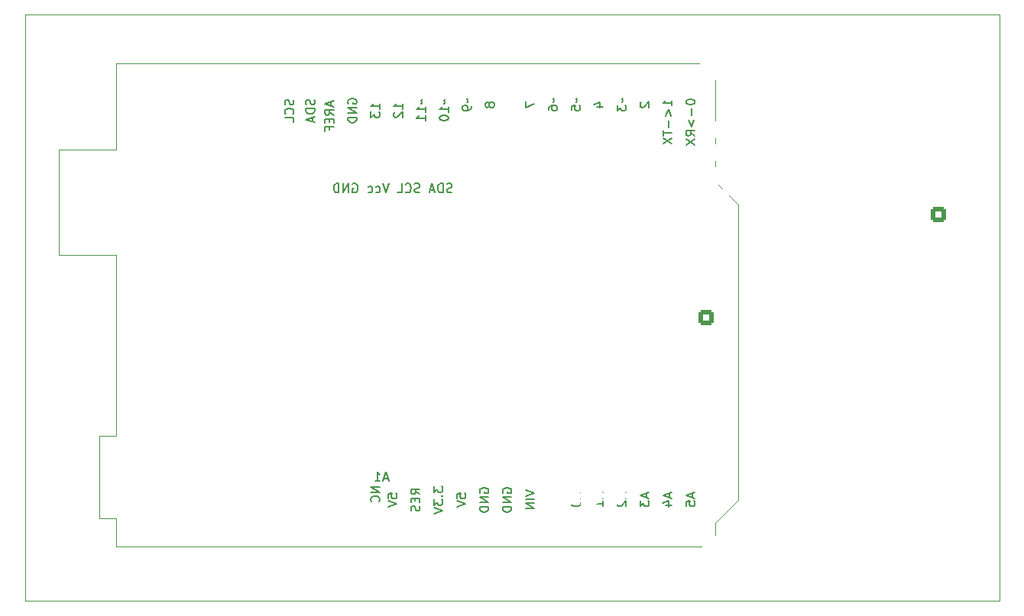
<source format=gbo>
G04 #@! TF.GenerationSoftware,KiCad,Pcbnew,8.0.6*
G04 #@! TF.CreationDate,2025-12-26T07:32:45-05:00*
G04 #@! TF.ProjectId,pcb_moonratII,7063625f-6d6f-46f6-9e72-617449492e6b,1.0*
G04 #@! TF.SameCoordinates,Original*
G04 #@! TF.FileFunction,Legend,Bot*
G04 #@! TF.FilePolarity,Positive*
%FSLAX46Y46*%
G04 Gerber Fmt 4.6, Leading zero omitted, Abs format (unit mm)*
G04 Created by KiCad (PCBNEW 8.0.6) date 2025-12-26 07:32:45*
%MOMM*%
%LPD*%
G01*
G04 APERTURE LIST*
G04 Aperture macros list*
%AMRoundRect*
0 Rectangle with rounded corners*
0 $1 Rounding radius*
0 $2 $3 $4 $5 $6 $7 $8 $9 X,Y pos of 4 corners*
0 Add a 4 corners polygon primitive as box body*
4,1,4,$2,$3,$4,$5,$6,$7,$8,$9,$2,$3,0*
0 Add four circle primitives for the rounded corners*
1,1,$1+$1,$2,$3*
1,1,$1+$1,$4,$5*
1,1,$1+$1,$6,$7*
1,1,$1+$1,$8,$9*
0 Add four rect primitives between the rounded corners*
20,1,$1+$1,$2,$3,$4,$5,0*
20,1,$1+$1,$4,$5,$6,$7,0*
20,1,$1+$1,$6,$7,$8,$9,0*
20,1,$1+$1,$8,$9,$2,$3,0*%
G04 Aperture macros list end*
%ADD10C,0.150000*%
%ADD11C,0.120000*%
%ADD12C,0.800000*%
%ADD13C,7.000000*%
%ADD14C,3.000000*%
%ADD15R,2.200000X2.200000*%
%ADD16C,2.200000*%
%ADD17R,2.100000X2.100000*%
%ADD18C,2.100000*%
%ADD19RoundRect,0.250000X-0.600000X0.600000X-0.600000X-0.600000X0.600000X-0.600000X0.600000X0.600000X0*%
%ADD20C,1.700000*%
%ADD21O,1.600000X1.600000*%
%ADD22C,1.800000*%
%ADD23O,3.500000X3.500000*%
%ADD24R,1.905000X2.000000*%
%ADD25O,1.905000X2.000000*%
%ADD26R,2.000000X2.000000*%
%ADD27C,2.000000*%
%ADD28R,1.600000X1.600000*%
%ADD29C,1.600000*%
%ADD30C,4.500000*%
%ADD31RoundRect,0.250000X-0.600000X-0.600000X0.600000X-0.600000X0.600000X0.600000X-0.600000X0.600000X0*%
G04 #@! TA.AperFunction,Profile*
%ADD32C,0.100000*%
G04 #@! TD*
G04 APERTURE END LIST*
D10*
X97314839Y-104662200D02*
X97171982Y-104709819D01*
X97171982Y-104709819D02*
X96933887Y-104709819D01*
X96933887Y-104709819D02*
X96838649Y-104662200D01*
X96838649Y-104662200D02*
X96791030Y-104614580D01*
X96791030Y-104614580D02*
X96743411Y-104519342D01*
X96743411Y-104519342D02*
X96743411Y-104424104D01*
X96743411Y-104424104D02*
X96791030Y-104328866D01*
X96791030Y-104328866D02*
X96838649Y-104281247D01*
X96838649Y-104281247D02*
X96933887Y-104233628D01*
X96933887Y-104233628D02*
X97124363Y-104186009D01*
X97124363Y-104186009D02*
X97219601Y-104138390D01*
X97219601Y-104138390D02*
X97267220Y-104090771D01*
X97267220Y-104090771D02*
X97314839Y-103995533D01*
X97314839Y-103995533D02*
X97314839Y-103900295D01*
X97314839Y-103900295D02*
X97267220Y-103805057D01*
X97267220Y-103805057D02*
X97219601Y-103757438D01*
X97219601Y-103757438D02*
X97124363Y-103709819D01*
X97124363Y-103709819D02*
X96886268Y-103709819D01*
X96886268Y-103709819D02*
X96743411Y-103757438D01*
X96314839Y-104709819D02*
X96314839Y-103709819D01*
X96314839Y-103709819D02*
X96076744Y-103709819D01*
X96076744Y-103709819D02*
X95933887Y-103757438D01*
X95933887Y-103757438D02*
X95838649Y-103852676D01*
X95838649Y-103852676D02*
X95791030Y-103947914D01*
X95791030Y-103947914D02*
X95743411Y-104138390D01*
X95743411Y-104138390D02*
X95743411Y-104281247D01*
X95743411Y-104281247D02*
X95791030Y-104471723D01*
X95791030Y-104471723D02*
X95838649Y-104566961D01*
X95838649Y-104566961D02*
X95933887Y-104662200D01*
X95933887Y-104662200D02*
X96076744Y-104709819D01*
X96076744Y-104709819D02*
X96314839Y-104709819D01*
X95362458Y-104424104D02*
X94886268Y-104424104D01*
X95457696Y-104709819D02*
X95124363Y-103709819D01*
X95124363Y-103709819D02*
X94791030Y-104709819D01*
X93743410Y-104662200D02*
X93600553Y-104709819D01*
X93600553Y-104709819D02*
X93362458Y-104709819D01*
X93362458Y-104709819D02*
X93267220Y-104662200D01*
X93267220Y-104662200D02*
X93219601Y-104614580D01*
X93219601Y-104614580D02*
X93171982Y-104519342D01*
X93171982Y-104519342D02*
X93171982Y-104424104D01*
X93171982Y-104424104D02*
X93219601Y-104328866D01*
X93219601Y-104328866D02*
X93267220Y-104281247D01*
X93267220Y-104281247D02*
X93362458Y-104233628D01*
X93362458Y-104233628D02*
X93552934Y-104186009D01*
X93552934Y-104186009D02*
X93648172Y-104138390D01*
X93648172Y-104138390D02*
X93695791Y-104090771D01*
X93695791Y-104090771D02*
X93743410Y-103995533D01*
X93743410Y-103995533D02*
X93743410Y-103900295D01*
X93743410Y-103900295D02*
X93695791Y-103805057D01*
X93695791Y-103805057D02*
X93648172Y-103757438D01*
X93648172Y-103757438D02*
X93552934Y-103709819D01*
X93552934Y-103709819D02*
X93314839Y-103709819D01*
X93314839Y-103709819D02*
X93171982Y-103757438D01*
X92171982Y-104614580D02*
X92219601Y-104662200D01*
X92219601Y-104662200D02*
X92362458Y-104709819D01*
X92362458Y-104709819D02*
X92457696Y-104709819D01*
X92457696Y-104709819D02*
X92600553Y-104662200D01*
X92600553Y-104662200D02*
X92695791Y-104566961D01*
X92695791Y-104566961D02*
X92743410Y-104471723D01*
X92743410Y-104471723D02*
X92791029Y-104281247D01*
X92791029Y-104281247D02*
X92791029Y-104138390D01*
X92791029Y-104138390D02*
X92743410Y-103947914D01*
X92743410Y-103947914D02*
X92695791Y-103852676D01*
X92695791Y-103852676D02*
X92600553Y-103757438D01*
X92600553Y-103757438D02*
X92457696Y-103709819D01*
X92457696Y-103709819D02*
X92362458Y-103709819D01*
X92362458Y-103709819D02*
X92219601Y-103757438D01*
X92219601Y-103757438D02*
X92171982Y-103805057D01*
X91267220Y-104709819D02*
X91743410Y-104709819D01*
X91743410Y-104709819D02*
X91743410Y-103709819D01*
X90314838Y-103709819D02*
X89981505Y-104709819D01*
X89981505Y-104709819D02*
X89648172Y-103709819D01*
X88886267Y-104662200D02*
X88981505Y-104709819D01*
X88981505Y-104709819D02*
X89171981Y-104709819D01*
X89171981Y-104709819D02*
X89267219Y-104662200D01*
X89267219Y-104662200D02*
X89314838Y-104614580D01*
X89314838Y-104614580D02*
X89362457Y-104519342D01*
X89362457Y-104519342D02*
X89362457Y-104233628D01*
X89362457Y-104233628D02*
X89314838Y-104138390D01*
X89314838Y-104138390D02*
X89267219Y-104090771D01*
X89267219Y-104090771D02*
X89171981Y-104043152D01*
X89171981Y-104043152D02*
X88981505Y-104043152D01*
X88981505Y-104043152D02*
X88886267Y-104090771D01*
X88029124Y-104662200D02*
X88124362Y-104709819D01*
X88124362Y-104709819D02*
X88314838Y-104709819D01*
X88314838Y-104709819D02*
X88410076Y-104662200D01*
X88410076Y-104662200D02*
X88457695Y-104614580D01*
X88457695Y-104614580D02*
X88505314Y-104519342D01*
X88505314Y-104519342D02*
X88505314Y-104233628D01*
X88505314Y-104233628D02*
X88457695Y-104138390D01*
X88457695Y-104138390D02*
X88410076Y-104090771D01*
X88410076Y-104090771D02*
X88314838Y-104043152D01*
X88314838Y-104043152D02*
X88124362Y-104043152D01*
X88124362Y-104043152D02*
X88029124Y-104090771D01*
X86314838Y-103757438D02*
X86410076Y-103709819D01*
X86410076Y-103709819D02*
X86552933Y-103709819D01*
X86552933Y-103709819D02*
X86695790Y-103757438D01*
X86695790Y-103757438D02*
X86791028Y-103852676D01*
X86791028Y-103852676D02*
X86838647Y-103947914D01*
X86838647Y-103947914D02*
X86886266Y-104138390D01*
X86886266Y-104138390D02*
X86886266Y-104281247D01*
X86886266Y-104281247D02*
X86838647Y-104471723D01*
X86838647Y-104471723D02*
X86791028Y-104566961D01*
X86791028Y-104566961D02*
X86695790Y-104662200D01*
X86695790Y-104662200D02*
X86552933Y-104709819D01*
X86552933Y-104709819D02*
X86457695Y-104709819D01*
X86457695Y-104709819D02*
X86314838Y-104662200D01*
X86314838Y-104662200D02*
X86267219Y-104614580D01*
X86267219Y-104614580D02*
X86267219Y-104281247D01*
X86267219Y-104281247D02*
X86457695Y-104281247D01*
X85838647Y-104709819D02*
X85838647Y-103709819D01*
X85838647Y-103709819D02*
X85267219Y-104709819D01*
X85267219Y-104709819D02*
X85267219Y-103709819D01*
X84791028Y-104709819D02*
X84791028Y-103709819D01*
X84791028Y-103709819D02*
X84552933Y-103709819D01*
X84552933Y-103709819D02*
X84410076Y-103757438D01*
X84410076Y-103757438D02*
X84314838Y-103852676D01*
X84314838Y-103852676D02*
X84267219Y-103947914D01*
X84267219Y-103947914D02*
X84219600Y-104138390D01*
X84219600Y-104138390D02*
X84219600Y-104281247D01*
X84219600Y-104281247D02*
X84267219Y-104471723D01*
X84267219Y-104471723D02*
X84314838Y-104566961D01*
X84314838Y-104566961D02*
X84410076Y-104662200D01*
X84410076Y-104662200D02*
X84552933Y-104709819D01*
X84552933Y-104709819D02*
X84791028Y-104709819D01*
X90209285Y-136419104D02*
X89733095Y-136419104D01*
X90304523Y-136704819D02*
X89971190Y-135704819D01*
X89971190Y-135704819D02*
X89637857Y-136704819D01*
X88780714Y-136704819D02*
X89352142Y-136704819D01*
X89066428Y-136704819D02*
X89066428Y-135704819D01*
X89066428Y-135704819D02*
X89161666Y-135847676D01*
X89161666Y-135847676D02*
X89256904Y-135942914D01*
X89256904Y-135942914D02*
X89352142Y-135990533D01*
X105459819Y-94641667D02*
X105459819Y-95308333D01*
X105459819Y-95308333D02*
X106459819Y-94879762D01*
X83949104Y-94625952D02*
X83949104Y-95102142D01*
X84234819Y-94530714D02*
X83234819Y-94864047D01*
X83234819Y-94864047D02*
X84234819Y-95197380D01*
X84234819Y-96102142D02*
X83758628Y-95768809D01*
X84234819Y-95530714D02*
X83234819Y-95530714D01*
X83234819Y-95530714D02*
X83234819Y-95911666D01*
X83234819Y-95911666D02*
X83282438Y-96006904D01*
X83282438Y-96006904D02*
X83330057Y-96054523D01*
X83330057Y-96054523D02*
X83425295Y-96102142D01*
X83425295Y-96102142D02*
X83568152Y-96102142D01*
X83568152Y-96102142D02*
X83663390Y-96054523D01*
X83663390Y-96054523D02*
X83711009Y-96006904D01*
X83711009Y-96006904D02*
X83758628Y-95911666D01*
X83758628Y-95911666D02*
X83758628Y-95530714D01*
X83711009Y-96530714D02*
X83711009Y-96864047D01*
X84234819Y-97006904D02*
X84234819Y-96530714D01*
X84234819Y-96530714D02*
X83234819Y-96530714D01*
X83234819Y-96530714D02*
X83234819Y-97006904D01*
X83711009Y-97768809D02*
X83711009Y-97435476D01*
X84234819Y-97435476D02*
X83234819Y-97435476D01*
X83234819Y-97435476D02*
X83234819Y-97911666D01*
X113413152Y-95165476D02*
X114079819Y-95165476D01*
X113032200Y-94927381D02*
X113746485Y-94689286D01*
X113746485Y-94689286D02*
X113746485Y-95308333D01*
X113794104Y-138075714D02*
X113794104Y-138551904D01*
X114079819Y-137980476D02*
X113079819Y-138313809D01*
X113079819Y-138313809D02*
X114079819Y-138647142D01*
X114079819Y-139504285D02*
X114079819Y-138932857D01*
X114079819Y-139218571D02*
X113079819Y-139218571D01*
X113079819Y-139218571D02*
X113222676Y-139123333D01*
X113222676Y-139123333D02*
X113317914Y-139028095D01*
X113317914Y-139028095D02*
X113365533Y-138932857D01*
X111158866Y-94236905D02*
X111111247Y-94284524D01*
X111111247Y-94284524D02*
X111063628Y-94379762D01*
X111063628Y-94379762D02*
X111158866Y-94570238D01*
X111158866Y-94570238D02*
X111111247Y-94665476D01*
X111111247Y-94665476D02*
X111063628Y-94713095D01*
X110539819Y-95570238D02*
X110539819Y-95094048D01*
X110539819Y-95094048D02*
X111016009Y-95046429D01*
X111016009Y-95046429D02*
X110968390Y-95094048D01*
X110968390Y-95094048D02*
X110920771Y-95189286D01*
X110920771Y-95189286D02*
X110920771Y-95427381D01*
X110920771Y-95427381D02*
X110968390Y-95522619D01*
X110968390Y-95522619D02*
X111016009Y-95570238D01*
X111016009Y-95570238D02*
X111111247Y-95617857D01*
X111111247Y-95617857D02*
X111349342Y-95617857D01*
X111349342Y-95617857D02*
X111444580Y-95570238D01*
X111444580Y-95570238D02*
X111492200Y-95522619D01*
X111492200Y-95522619D02*
X111539819Y-95427381D01*
X111539819Y-95427381D02*
X111539819Y-95189286D01*
X111539819Y-95189286D02*
X111492200Y-95094048D01*
X111492200Y-95094048D02*
X111444580Y-95046429D01*
X111254104Y-138075714D02*
X111254104Y-138551904D01*
X111539819Y-137980476D02*
X110539819Y-138313809D01*
X110539819Y-138313809D02*
X111539819Y-138647142D01*
X110539819Y-139170952D02*
X110539819Y-139266190D01*
X110539819Y-139266190D02*
X110587438Y-139361428D01*
X110587438Y-139361428D02*
X110635057Y-139409047D01*
X110635057Y-139409047D02*
X110730295Y-139456666D01*
X110730295Y-139456666D02*
X110920771Y-139504285D01*
X110920771Y-139504285D02*
X111158866Y-139504285D01*
X111158866Y-139504285D02*
X111349342Y-139456666D01*
X111349342Y-139456666D02*
X111444580Y-139409047D01*
X111444580Y-139409047D02*
X111492200Y-139361428D01*
X111492200Y-139361428D02*
X111539819Y-139266190D01*
X111539819Y-139266190D02*
X111539819Y-139170952D01*
X111539819Y-139170952D02*
X111492200Y-139075714D01*
X111492200Y-139075714D02*
X111444580Y-139028095D01*
X111444580Y-139028095D02*
X111349342Y-138980476D01*
X111349342Y-138980476D02*
X111158866Y-138932857D01*
X111158866Y-138932857D02*
X110920771Y-138932857D01*
X110920771Y-138932857D02*
X110730295Y-138980476D01*
X110730295Y-138980476D02*
X110635057Y-139028095D01*
X110635057Y-139028095D02*
X110587438Y-139075714D01*
X110587438Y-139075714D02*
X110539819Y-139170952D01*
X94013866Y-94395714D02*
X93966247Y-94443333D01*
X93966247Y-94443333D02*
X93918628Y-94538571D01*
X93918628Y-94538571D02*
X94013866Y-94729047D01*
X94013866Y-94729047D02*
X93966247Y-94824285D01*
X93966247Y-94824285D02*
X93918628Y-94871904D01*
X94394819Y-95776666D02*
X94394819Y-95205238D01*
X94394819Y-95490952D02*
X93394819Y-95490952D01*
X93394819Y-95490952D02*
X93537676Y-95395714D01*
X93537676Y-95395714D02*
X93632914Y-95300476D01*
X93632914Y-95300476D02*
X93680533Y-95205238D01*
X94394819Y-96729047D02*
X94394819Y-96157619D01*
X94394819Y-96443333D02*
X93394819Y-96443333D01*
X93394819Y-96443333D02*
X93537676Y-96348095D01*
X93537676Y-96348095D02*
X93632914Y-96252857D01*
X93632914Y-96252857D02*
X93680533Y-96157619D01*
X93759819Y-138170952D02*
X93283628Y-137837619D01*
X93759819Y-137599524D02*
X92759819Y-137599524D01*
X92759819Y-137599524D02*
X92759819Y-137980476D01*
X92759819Y-137980476D02*
X92807438Y-138075714D01*
X92807438Y-138075714D02*
X92855057Y-138123333D01*
X92855057Y-138123333D02*
X92950295Y-138170952D01*
X92950295Y-138170952D02*
X93093152Y-138170952D01*
X93093152Y-138170952D02*
X93188390Y-138123333D01*
X93188390Y-138123333D02*
X93236009Y-138075714D01*
X93236009Y-138075714D02*
X93283628Y-137980476D01*
X93283628Y-137980476D02*
X93283628Y-137599524D01*
X93236009Y-138599524D02*
X93236009Y-138932857D01*
X93759819Y-139075714D02*
X93759819Y-138599524D01*
X93759819Y-138599524D02*
X92759819Y-138599524D01*
X92759819Y-138599524D02*
X92759819Y-139075714D01*
X93712200Y-139456667D02*
X93759819Y-139599524D01*
X93759819Y-139599524D02*
X93759819Y-139837619D01*
X93759819Y-139837619D02*
X93712200Y-139932857D01*
X93712200Y-139932857D02*
X93664580Y-139980476D01*
X93664580Y-139980476D02*
X93569342Y-140028095D01*
X93569342Y-140028095D02*
X93474104Y-140028095D01*
X93474104Y-140028095D02*
X93378866Y-139980476D01*
X93378866Y-139980476D02*
X93331247Y-139932857D01*
X93331247Y-139932857D02*
X93283628Y-139837619D01*
X93283628Y-139837619D02*
X93236009Y-139647143D01*
X93236009Y-139647143D02*
X93188390Y-139551905D01*
X93188390Y-139551905D02*
X93140771Y-139504286D01*
X93140771Y-139504286D02*
X93045533Y-139456667D01*
X93045533Y-139456667D02*
X92950295Y-139456667D01*
X92950295Y-139456667D02*
X92855057Y-139504286D01*
X92855057Y-139504286D02*
X92807438Y-139551905D01*
X92807438Y-139551905D02*
X92759819Y-139647143D01*
X92759819Y-139647143D02*
X92759819Y-139885238D01*
X92759819Y-139885238D02*
X92807438Y-140028095D01*
X116238866Y-94236905D02*
X116191247Y-94284524D01*
X116191247Y-94284524D02*
X116143628Y-94379762D01*
X116143628Y-94379762D02*
X116238866Y-94570238D01*
X116238866Y-94570238D02*
X116191247Y-94665476D01*
X116191247Y-94665476D02*
X116143628Y-94713095D01*
X115619819Y-94998810D02*
X115619819Y-95617857D01*
X115619819Y-95617857D02*
X116000771Y-95284524D01*
X116000771Y-95284524D02*
X116000771Y-95427381D01*
X116000771Y-95427381D02*
X116048390Y-95522619D01*
X116048390Y-95522619D02*
X116096009Y-95570238D01*
X116096009Y-95570238D02*
X116191247Y-95617857D01*
X116191247Y-95617857D02*
X116429342Y-95617857D01*
X116429342Y-95617857D02*
X116524580Y-95570238D01*
X116524580Y-95570238D02*
X116572200Y-95522619D01*
X116572200Y-95522619D02*
X116619819Y-95427381D01*
X116619819Y-95427381D02*
X116619819Y-95141667D01*
X116619819Y-95141667D02*
X116572200Y-95046429D01*
X116572200Y-95046429D02*
X116524580Y-94998810D01*
X82084404Y-94415988D02*
X82132023Y-94558845D01*
X82132023Y-94558845D02*
X82132023Y-94796940D01*
X82132023Y-94796940D02*
X82084404Y-94892178D01*
X82084404Y-94892178D02*
X82036784Y-94939797D01*
X82036784Y-94939797D02*
X81941546Y-94987416D01*
X81941546Y-94987416D02*
X81846308Y-94987416D01*
X81846308Y-94987416D02*
X81751070Y-94939797D01*
X81751070Y-94939797D02*
X81703451Y-94892178D01*
X81703451Y-94892178D02*
X81655832Y-94796940D01*
X81655832Y-94796940D02*
X81608213Y-94606464D01*
X81608213Y-94606464D02*
X81560594Y-94511226D01*
X81560594Y-94511226D02*
X81512975Y-94463607D01*
X81512975Y-94463607D02*
X81417737Y-94415988D01*
X81417737Y-94415988D02*
X81322499Y-94415988D01*
X81322499Y-94415988D02*
X81227261Y-94463607D01*
X81227261Y-94463607D02*
X81179642Y-94511226D01*
X81179642Y-94511226D02*
X81132023Y-94606464D01*
X81132023Y-94606464D02*
X81132023Y-94844559D01*
X81132023Y-94844559D02*
X81179642Y-94987416D01*
X82132023Y-95415988D02*
X81132023Y-95415988D01*
X81132023Y-95415988D02*
X81132023Y-95654083D01*
X81132023Y-95654083D02*
X81179642Y-95796940D01*
X81179642Y-95796940D02*
X81274880Y-95892178D01*
X81274880Y-95892178D02*
X81370118Y-95939797D01*
X81370118Y-95939797D02*
X81560594Y-95987416D01*
X81560594Y-95987416D02*
X81703451Y-95987416D01*
X81703451Y-95987416D02*
X81893927Y-95939797D01*
X81893927Y-95939797D02*
X81989165Y-95892178D01*
X81989165Y-95892178D02*
X82084404Y-95796940D01*
X82084404Y-95796940D02*
X82132023Y-95654083D01*
X82132023Y-95654083D02*
X82132023Y-95415988D01*
X81846308Y-96368369D02*
X81846308Y-96844559D01*
X82132023Y-96273131D02*
X81132023Y-96606464D01*
X81132023Y-96606464D02*
X82132023Y-96939797D01*
X79742200Y-94419524D02*
X79789819Y-94562381D01*
X79789819Y-94562381D02*
X79789819Y-94800476D01*
X79789819Y-94800476D02*
X79742200Y-94895714D01*
X79742200Y-94895714D02*
X79694580Y-94943333D01*
X79694580Y-94943333D02*
X79599342Y-94990952D01*
X79599342Y-94990952D02*
X79504104Y-94990952D01*
X79504104Y-94990952D02*
X79408866Y-94943333D01*
X79408866Y-94943333D02*
X79361247Y-94895714D01*
X79361247Y-94895714D02*
X79313628Y-94800476D01*
X79313628Y-94800476D02*
X79266009Y-94610000D01*
X79266009Y-94610000D02*
X79218390Y-94514762D01*
X79218390Y-94514762D02*
X79170771Y-94467143D01*
X79170771Y-94467143D02*
X79075533Y-94419524D01*
X79075533Y-94419524D02*
X78980295Y-94419524D01*
X78980295Y-94419524D02*
X78885057Y-94467143D01*
X78885057Y-94467143D02*
X78837438Y-94514762D01*
X78837438Y-94514762D02*
X78789819Y-94610000D01*
X78789819Y-94610000D02*
X78789819Y-94848095D01*
X78789819Y-94848095D02*
X78837438Y-94990952D01*
X79694580Y-95990952D02*
X79742200Y-95943333D01*
X79742200Y-95943333D02*
X79789819Y-95800476D01*
X79789819Y-95800476D02*
X79789819Y-95705238D01*
X79789819Y-95705238D02*
X79742200Y-95562381D01*
X79742200Y-95562381D02*
X79646961Y-95467143D01*
X79646961Y-95467143D02*
X79551723Y-95419524D01*
X79551723Y-95419524D02*
X79361247Y-95371905D01*
X79361247Y-95371905D02*
X79218390Y-95371905D01*
X79218390Y-95371905D02*
X79027914Y-95419524D01*
X79027914Y-95419524D02*
X78932676Y-95467143D01*
X78932676Y-95467143D02*
X78837438Y-95562381D01*
X78837438Y-95562381D02*
X78789819Y-95705238D01*
X78789819Y-95705238D02*
X78789819Y-95800476D01*
X78789819Y-95800476D02*
X78837438Y-95943333D01*
X78837438Y-95943333D02*
X78885057Y-95990952D01*
X79789819Y-96895714D02*
X79789819Y-96419524D01*
X79789819Y-96419524D02*
X78789819Y-96419524D01*
X101443390Y-94879762D02*
X101395771Y-94784524D01*
X101395771Y-94784524D02*
X101348152Y-94736905D01*
X101348152Y-94736905D02*
X101252914Y-94689286D01*
X101252914Y-94689286D02*
X101205295Y-94689286D01*
X101205295Y-94689286D02*
X101110057Y-94736905D01*
X101110057Y-94736905D02*
X101062438Y-94784524D01*
X101062438Y-94784524D02*
X101014819Y-94879762D01*
X101014819Y-94879762D02*
X101014819Y-95070238D01*
X101014819Y-95070238D02*
X101062438Y-95165476D01*
X101062438Y-95165476D02*
X101110057Y-95213095D01*
X101110057Y-95213095D02*
X101205295Y-95260714D01*
X101205295Y-95260714D02*
X101252914Y-95260714D01*
X101252914Y-95260714D02*
X101348152Y-95213095D01*
X101348152Y-95213095D02*
X101395771Y-95165476D01*
X101395771Y-95165476D02*
X101443390Y-95070238D01*
X101443390Y-95070238D02*
X101443390Y-94879762D01*
X101443390Y-94879762D02*
X101491009Y-94784524D01*
X101491009Y-94784524D02*
X101538628Y-94736905D01*
X101538628Y-94736905D02*
X101633866Y-94689286D01*
X101633866Y-94689286D02*
X101824342Y-94689286D01*
X101824342Y-94689286D02*
X101919580Y-94736905D01*
X101919580Y-94736905D02*
X101967200Y-94784524D01*
X101967200Y-94784524D02*
X102014819Y-94879762D01*
X102014819Y-94879762D02*
X102014819Y-95070238D01*
X102014819Y-95070238D02*
X101967200Y-95165476D01*
X101967200Y-95165476D02*
X101919580Y-95213095D01*
X101919580Y-95213095D02*
X101824342Y-95260714D01*
X101824342Y-95260714D02*
X101633866Y-95260714D01*
X101633866Y-95260714D02*
X101538628Y-95213095D01*
X101538628Y-95213095D02*
X101491009Y-95165476D01*
X101491009Y-95165476D02*
X101443390Y-95070238D01*
X105459819Y-137694762D02*
X106459819Y-138028095D01*
X106459819Y-138028095D02*
X105459819Y-138361428D01*
X106459819Y-138694762D02*
X105459819Y-138694762D01*
X106459819Y-139170952D02*
X105459819Y-139170952D01*
X105459819Y-139170952D02*
X106459819Y-139742380D01*
X106459819Y-139742380D02*
X105459819Y-139742380D01*
X95299819Y-137313810D02*
X95299819Y-137932857D01*
X95299819Y-137932857D02*
X95680771Y-137599524D01*
X95680771Y-137599524D02*
X95680771Y-137742381D01*
X95680771Y-137742381D02*
X95728390Y-137837619D01*
X95728390Y-137837619D02*
X95776009Y-137885238D01*
X95776009Y-137885238D02*
X95871247Y-137932857D01*
X95871247Y-137932857D02*
X96109342Y-137932857D01*
X96109342Y-137932857D02*
X96204580Y-137885238D01*
X96204580Y-137885238D02*
X96252200Y-137837619D01*
X96252200Y-137837619D02*
X96299819Y-137742381D01*
X96299819Y-137742381D02*
X96299819Y-137456667D01*
X96299819Y-137456667D02*
X96252200Y-137361429D01*
X96252200Y-137361429D02*
X96204580Y-137313810D01*
X96204580Y-138361429D02*
X96252200Y-138409048D01*
X96252200Y-138409048D02*
X96299819Y-138361429D01*
X96299819Y-138361429D02*
X96252200Y-138313810D01*
X96252200Y-138313810D02*
X96204580Y-138361429D01*
X96204580Y-138361429D02*
X96299819Y-138361429D01*
X95299819Y-138742381D02*
X95299819Y-139361428D01*
X95299819Y-139361428D02*
X95680771Y-139028095D01*
X95680771Y-139028095D02*
X95680771Y-139170952D01*
X95680771Y-139170952D02*
X95728390Y-139266190D01*
X95728390Y-139266190D02*
X95776009Y-139313809D01*
X95776009Y-139313809D02*
X95871247Y-139361428D01*
X95871247Y-139361428D02*
X96109342Y-139361428D01*
X96109342Y-139361428D02*
X96204580Y-139313809D01*
X96204580Y-139313809D02*
X96252200Y-139266190D01*
X96252200Y-139266190D02*
X96299819Y-139170952D01*
X96299819Y-139170952D02*
X96299819Y-138885238D01*
X96299819Y-138885238D02*
X96252200Y-138790000D01*
X96252200Y-138790000D02*
X96204580Y-138742381D01*
X95299819Y-139647143D02*
X96299819Y-139980476D01*
X96299819Y-139980476D02*
X95299819Y-140313809D01*
X96553866Y-94395714D02*
X96506247Y-94443333D01*
X96506247Y-94443333D02*
X96458628Y-94538571D01*
X96458628Y-94538571D02*
X96553866Y-94729047D01*
X96553866Y-94729047D02*
X96506247Y-94824285D01*
X96506247Y-94824285D02*
X96458628Y-94871904D01*
X96934819Y-95776666D02*
X96934819Y-95205238D01*
X96934819Y-95490952D02*
X95934819Y-95490952D01*
X95934819Y-95490952D02*
X96077676Y-95395714D01*
X96077676Y-95395714D02*
X96172914Y-95300476D01*
X96172914Y-95300476D02*
X96220533Y-95205238D01*
X95934819Y-96395714D02*
X95934819Y-96490952D01*
X95934819Y-96490952D02*
X95982438Y-96586190D01*
X95982438Y-96586190D02*
X96030057Y-96633809D01*
X96030057Y-96633809D02*
X96125295Y-96681428D01*
X96125295Y-96681428D02*
X96315771Y-96729047D01*
X96315771Y-96729047D02*
X96553866Y-96729047D01*
X96553866Y-96729047D02*
X96744342Y-96681428D01*
X96744342Y-96681428D02*
X96839580Y-96633809D01*
X96839580Y-96633809D02*
X96887200Y-96586190D01*
X96887200Y-96586190D02*
X96934819Y-96490952D01*
X96934819Y-96490952D02*
X96934819Y-96395714D01*
X96934819Y-96395714D02*
X96887200Y-96300476D01*
X96887200Y-96300476D02*
X96839580Y-96252857D01*
X96839580Y-96252857D02*
X96744342Y-96205238D01*
X96744342Y-96205238D02*
X96553866Y-96157619D01*
X96553866Y-96157619D02*
X96315771Y-96157619D01*
X96315771Y-96157619D02*
X96125295Y-96205238D01*
X96125295Y-96205238D02*
X96030057Y-96252857D01*
X96030057Y-96252857D02*
X95982438Y-96300476D01*
X95982438Y-96300476D02*
X95934819Y-96395714D01*
X123239819Y-94618095D02*
X123239819Y-94713333D01*
X123239819Y-94713333D02*
X123287438Y-94808571D01*
X123287438Y-94808571D02*
X123335057Y-94856190D01*
X123335057Y-94856190D02*
X123430295Y-94903809D01*
X123430295Y-94903809D02*
X123620771Y-94951428D01*
X123620771Y-94951428D02*
X123858866Y-94951428D01*
X123858866Y-94951428D02*
X124049342Y-94903809D01*
X124049342Y-94903809D02*
X124144580Y-94856190D01*
X124144580Y-94856190D02*
X124192200Y-94808571D01*
X124192200Y-94808571D02*
X124239819Y-94713333D01*
X124239819Y-94713333D02*
X124239819Y-94618095D01*
X124239819Y-94618095D02*
X124192200Y-94522857D01*
X124192200Y-94522857D02*
X124144580Y-94475238D01*
X124144580Y-94475238D02*
X124049342Y-94427619D01*
X124049342Y-94427619D02*
X123858866Y-94380000D01*
X123858866Y-94380000D02*
X123620771Y-94380000D01*
X123620771Y-94380000D02*
X123430295Y-94427619D01*
X123430295Y-94427619D02*
X123335057Y-94475238D01*
X123335057Y-94475238D02*
X123287438Y-94522857D01*
X123287438Y-94522857D02*
X123239819Y-94618095D01*
X123858866Y-95380000D02*
X123858866Y-96141905D01*
X123573152Y-96618095D02*
X123858866Y-97380000D01*
X123858866Y-97380000D02*
X124144580Y-96618095D01*
X124239819Y-98427618D02*
X123763628Y-98094285D01*
X124239819Y-97856190D02*
X123239819Y-97856190D01*
X123239819Y-97856190D02*
X123239819Y-98237142D01*
X123239819Y-98237142D02*
X123287438Y-98332380D01*
X123287438Y-98332380D02*
X123335057Y-98379999D01*
X123335057Y-98379999D02*
X123430295Y-98427618D01*
X123430295Y-98427618D02*
X123573152Y-98427618D01*
X123573152Y-98427618D02*
X123668390Y-98379999D01*
X123668390Y-98379999D02*
X123716009Y-98332380D01*
X123716009Y-98332380D02*
X123763628Y-98237142D01*
X123763628Y-98237142D02*
X123763628Y-97856190D01*
X123239819Y-98760952D02*
X124239819Y-99427618D01*
X123239819Y-99427618D02*
X124239819Y-98760952D01*
X123954104Y-138075714D02*
X123954104Y-138551904D01*
X124239819Y-137980476D02*
X123239819Y-138313809D01*
X123239819Y-138313809D02*
X124239819Y-138647142D01*
X123239819Y-139456666D02*
X123239819Y-138980476D01*
X123239819Y-138980476D02*
X123716009Y-138932857D01*
X123716009Y-138932857D02*
X123668390Y-138980476D01*
X123668390Y-138980476D02*
X123620771Y-139075714D01*
X123620771Y-139075714D02*
X123620771Y-139313809D01*
X123620771Y-139313809D02*
X123668390Y-139409047D01*
X123668390Y-139409047D02*
X123716009Y-139456666D01*
X123716009Y-139456666D02*
X123811247Y-139504285D01*
X123811247Y-139504285D02*
X124049342Y-139504285D01*
X124049342Y-139504285D02*
X124144580Y-139456666D01*
X124144580Y-139456666D02*
X124192200Y-139409047D01*
X124192200Y-139409047D02*
X124239819Y-139313809D01*
X124239819Y-139313809D02*
X124239819Y-139075714D01*
X124239819Y-139075714D02*
X124192200Y-138980476D01*
X124192200Y-138980476D02*
X124144580Y-138932857D01*
X121414104Y-138075714D02*
X121414104Y-138551904D01*
X121699819Y-137980476D02*
X120699819Y-138313809D01*
X120699819Y-138313809D02*
X121699819Y-138647142D01*
X121033152Y-139409047D02*
X121699819Y-139409047D01*
X120652200Y-139170952D02*
X121366485Y-138932857D01*
X121366485Y-138932857D02*
X121366485Y-139551904D01*
X89314819Y-95419523D02*
X89314819Y-94848095D01*
X89314819Y-95133809D02*
X88314819Y-95133809D01*
X88314819Y-95133809D02*
X88457676Y-95038571D01*
X88457676Y-95038571D02*
X88552914Y-94943333D01*
X88552914Y-94943333D02*
X88600533Y-94848095D01*
X88314819Y-95752857D02*
X88314819Y-96371904D01*
X88314819Y-96371904D02*
X88695771Y-96038571D01*
X88695771Y-96038571D02*
X88695771Y-96181428D01*
X88695771Y-96181428D02*
X88743390Y-96276666D01*
X88743390Y-96276666D02*
X88791009Y-96324285D01*
X88791009Y-96324285D02*
X88886247Y-96371904D01*
X88886247Y-96371904D02*
X89124342Y-96371904D01*
X89124342Y-96371904D02*
X89219580Y-96324285D01*
X89219580Y-96324285D02*
X89267200Y-96276666D01*
X89267200Y-96276666D02*
X89314819Y-96181428D01*
X89314819Y-96181428D02*
X89314819Y-95895714D01*
X89314819Y-95895714D02*
X89267200Y-95800476D01*
X89267200Y-95800476D02*
X89219580Y-95752857D01*
X100427438Y-138028095D02*
X100379819Y-137932857D01*
X100379819Y-137932857D02*
X100379819Y-137790000D01*
X100379819Y-137790000D02*
X100427438Y-137647143D01*
X100427438Y-137647143D02*
X100522676Y-137551905D01*
X100522676Y-137551905D02*
X100617914Y-137504286D01*
X100617914Y-137504286D02*
X100808390Y-137456667D01*
X100808390Y-137456667D02*
X100951247Y-137456667D01*
X100951247Y-137456667D02*
X101141723Y-137504286D01*
X101141723Y-137504286D02*
X101236961Y-137551905D01*
X101236961Y-137551905D02*
X101332200Y-137647143D01*
X101332200Y-137647143D02*
X101379819Y-137790000D01*
X101379819Y-137790000D02*
X101379819Y-137885238D01*
X101379819Y-137885238D02*
X101332200Y-138028095D01*
X101332200Y-138028095D02*
X101284580Y-138075714D01*
X101284580Y-138075714D02*
X100951247Y-138075714D01*
X100951247Y-138075714D02*
X100951247Y-137885238D01*
X101379819Y-138504286D02*
X100379819Y-138504286D01*
X100379819Y-138504286D02*
X101379819Y-139075714D01*
X101379819Y-139075714D02*
X100379819Y-139075714D01*
X101379819Y-139551905D02*
X100379819Y-139551905D01*
X100379819Y-139551905D02*
X100379819Y-139790000D01*
X100379819Y-139790000D02*
X100427438Y-139932857D01*
X100427438Y-139932857D02*
X100522676Y-140028095D01*
X100522676Y-140028095D02*
X100617914Y-140075714D01*
X100617914Y-140075714D02*
X100808390Y-140123333D01*
X100808390Y-140123333D02*
X100951247Y-140123333D01*
X100951247Y-140123333D02*
X101141723Y-140075714D01*
X101141723Y-140075714D02*
X101236961Y-140028095D01*
X101236961Y-140028095D02*
X101332200Y-139932857D01*
X101332200Y-139932857D02*
X101379819Y-139790000D01*
X101379819Y-139790000D02*
X101379819Y-139551905D01*
X118255057Y-94689286D02*
X118207438Y-94736905D01*
X118207438Y-94736905D02*
X118159819Y-94832143D01*
X118159819Y-94832143D02*
X118159819Y-95070238D01*
X118159819Y-95070238D02*
X118207438Y-95165476D01*
X118207438Y-95165476D02*
X118255057Y-95213095D01*
X118255057Y-95213095D02*
X118350295Y-95260714D01*
X118350295Y-95260714D02*
X118445533Y-95260714D01*
X118445533Y-95260714D02*
X118588390Y-95213095D01*
X118588390Y-95213095D02*
X119159819Y-94641667D01*
X119159819Y-94641667D02*
X119159819Y-95260714D01*
X118874104Y-138075714D02*
X118874104Y-138551904D01*
X119159819Y-137980476D02*
X118159819Y-138313809D01*
X118159819Y-138313809D02*
X119159819Y-138647142D01*
X118159819Y-138885238D02*
X118159819Y-139504285D01*
X118159819Y-139504285D02*
X118540771Y-139170952D01*
X118540771Y-139170952D02*
X118540771Y-139313809D01*
X118540771Y-139313809D02*
X118588390Y-139409047D01*
X118588390Y-139409047D02*
X118636009Y-139456666D01*
X118636009Y-139456666D02*
X118731247Y-139504285D01*
X118731247Y-139504285D02*
X118969342Y-139504285D01*
X118969342Y-139504285D02*
X119064580Y-139456666D01*
X119064580Y-139456666D02*
X119112200Y-139409047D01*
X119112200Y-139409047D02*
X119159819Y-139313809D01*
X119159819Y-139313809D02*
X119159819Y-139028095D01*
X119159819Y-139028095D02*
X119112200Y-138932857D01*
X119112200Y-138932857D02*
X119064580Y-138885238D01*
X91854819Y-95419523D02*
X91854819Y-94848095D01*
X91854819Y-95133809D02*
X90854819Y-95133809D01*
X90854819Y-95133809D02*
X90997676Y-95038571D01*
X90997676Y-95038571D02*
X91092914Y-94943333D01*
X91092914Y-94943333D02*
X91140533Y-94848095D01*
X90950057Y-95800476D02*
X90902438Y-95848095D01*
X90902438Y-95848095D02*
X90854819Y-95943333D01*
X90854819Y-95943333D02*
X90854819Y-96181428D01*
X90854819Y-96181428D02*
X90902438Y-96276666D01*
X90902438Y-96276666D02*
X90950057Y-96324285D01*
X90950057Y-96324285D02*
X91045295Y-96371904D01*
X91045295Y-96371904D02*
X91140533Y-96371904D01*
X91140533Y-96371904D02*
X91283390Y-96324285D01*
X91283390Y-96324285D02*
X91854819Y-95752857D01*
X91854819Y-95752857D02*
X91854819Y-96371904D01*
X121699819Y-95070476D02*
X121699819Y-94499048D01*
X121699819Y-94784762D02*
X120699819Y-94784762D01*
X120699819Y-94784762D02*
X120842676Y-94689524D01*
X120842676Y-94689524D02*
X120937914Y-94594286D01*
X120937914Y-94594286D02*
X120985533Y-94499048D01*
X121033152Y-96260953D02*
X121318866Y-95499048D01*
X121318866Y-95499048D02*
X121604580Y-96260953D01*
X121318866Y-96737143D02*
X121318866Y-97499048D01*
X120699819Y-97832381D02*
X120699819Y-98403809D01*
X121699819Y-98118095D02*
X120699819Y-98118095D01*
X120699819Y-98641905D02*
X121699819Y-99308571D01*
X120699819Y-99308571D02*
X121699819Y-98641905D01*
X108618866Y-94236905D02*
X108571247Y-94284524D01*
X108571247Y-94284524D02*
X108523628Y-94379762D01*
X108523628Y-94379762D02*
X108618866Y-94570238D01*
X108618866Y-94570238D02*
X108571247Y-94665476D01*
X108571247Y-94665476D02*
X108523628Y-94713095D01*
X107999819Y-95522619D02*
X107999819Y-95332143D01*
X107999819Y-95332143D02*
X108047438Y-95236905D01*
X108047438Y-95236905D02*
X108095057Y-95189286D01*
X108095057Y-95189286D02*
X108237914Y-95094048D01*
X108237914Y-95094048D02*
X108428390Y-95046429D01*
X108428390Y-95046429D02*
X108809342Y-95046429D01*
X108809342Y-95046429D02*
X108904580Y-95094048D01*
X108904580Y-95094048D02*
X108952200Y-95141667D01*
X108952200Y-95141667D02*
X108999819Y-95236905D01*
X108999819Y-95236905D02*
X108999819Y-95427381D01*
X108999819Y-95427381D02*
X108952200Y-95522619D01*
X108952200Y-95522619D02*
X108904580Y-95570238D01*
X108904580Y-95570238D02*
X108809342Y-95617857D01*
X108809342Y-95617857D02*
X108571247Y-95617857D01*
X108571247Y-95617857D02*
X108476009Y-95570238D01*
X108476009Y-95570238D02*
X108428390Y-95522619D01*
X108428390Y-95522619D02*
X108380771Y-95427381D01*
X108380771Y-95427381D02*
X108380771Y-95236905D01*
X108380771Y-95236905D02*
X108428390Y-95141667D01*
X108428390Y-95141667D02*
X108476009Y-95094048D01*
X108476009Y-95094048D02*
X108571247Y-95046429D01*
X97839819Y-138599523D02*
X97839819Y-138123333D01*
X97839819Y-138123333D02*
X98316009Y-138075714D01*
X98316009Y-138075714D02*
X98268390Y-138123333D01*
X98268390Y-138123333D02*
X98220771Y-138218571D01*
X98220771Y-138218571D02*
X98220771Y-138456666D01*
X98220771Y-138456666D02*
X98268390Y-138551904D01*
X98268390Y-138551904D02*
X98316009Y-138599523D01*
X98316009Y-138599523D02*
X98411247Y-138647142D01*
X98411247Y-138647142D02*
X98649342Y-138647142D01*
X98649342Y-138647142D02*
X98744580Y-138599523D01*
X98744580Y-138599523D02*
X98792200Y-138551904D01*
X98792200Y-138551904D02*
X98839819Y-138456666D01*
X98839819Y-138456666D02*
X98839819Y-138218571D01*
X98839819Y-138218571D02*
X98792200Y-138123333D01*
X98792200Y-138123333D02*
X98744580Y-138075714D01*
X97839819Y-138932857D02*
X98839819Y-139266190D01*
X98839819Y-139266190D02*
X97839819Y-139599523D01*
X85822438Y-94848095D02*
X85774819Y-94752857D01*
X85774819Y-94752857D02*
X85774819Y-94610000D01*
X85774819Y-94610000D02*
X85822438Y-94467143D01*
X85822438Y-94467143D02*
X85917676Y-94371905D01*
X85917676Y-94371905D02*
X86012914Y-94324286D01*
X86012914Y-94324286D02*
X86203390Y-94276667D01*
X86203390Y-94276667D02*
X86346247Y-94276667D01*
X86346247Y-94276667D02*
X86536723Y-94324286D01*
X86536723Y-94324286D02*
X86631961Y-94371905D01*
X86631961Y-94371905D02*
X86727200Y-94467143D01*
X86727200Y-94467143D02*
X86774819Y-94610000D01*
X86774819Y-94610000D02*
X86774819Y-94705238D01*
X86774819Y-94705238D02*
X86727200Y-94848095D01*
X86727200Y-94848095D02*
X86679580Y-94895714D01*
X86679580Y-94895714D02*
X86346247Y-94895714D01*
X86346247Y-94895714D02*
X86346247Y-94705238D01*
X86774819Y-95324286D02*
X85774819Y-95324286D01*
X85774819Y-95324286D02*
X86774819Y-95895714D01*
X86774819Y-95895714D02*
X85774819Y-95895714D01*
X86774819Y-96371905D02*
X85774819Y-96371905D01*
X85774819Y-96371905D02*
X85774819Y-96610000D01*
X85774819Y-96610000D02*
X85822438Y-96752857D01*
X85822438Y-96752857D02*
X85917676Y-96848095D01*
X85917676Y-96848095D02*
X86012914Y-96895714D01*
X86012914Y-96895714D02*
X86203390Y-96943333D01*
X86203390Y-96943333D02*
X86346247Y-96943333D01*
X86346247Y-96943333D02*
X86536723Y-96895714D01*
X86536723Y-96895714D02*
X86631961Y-96848095D01*
X86631961Y-96848095D02*
X86727200Y-96752857D01*
X86727200Y-96752857D02*
X86774819Y-96610000D01*
X86774819Y-96610000D02*
X86774819Y-96371905D01*
X116334104Y-138075714D02*
X116334104Y-138551904D01*
X116619819Y-137980476D02*
X115619819Y-138313809D01*
X115619819Y-138313809D02*
X116619819Y-138647142D01*
X115715057Y-138932857D02*
X115667438Y-138980476D01*
X115667438Y-138980476D02*
X115619819Y-139075714D01*
X115619819Y-139075714D02*
X115619819Y-139313809D01*
X115619819Y-139313809D02*
X115667438Y-139409047D01*
X115667438Y-139409047D02*
X115715057Y-139456666D01*
X115715057Y-139456666D02*
X115810295Y-139504285D01*
X115810295Y-139504285D02*
X115905533Y-139504285D01*
X115905533Y-139504285D02*
X116048390Y-139456666D01*
X116048390Y-139456666D02*
X116619819Y-138885238D01*
X116619819Y-138885238D02*
X116619819Y-139504285D01*
X99093866Y-94236905D02*
X99046247Y-94284524D01*
X99046247Y-94284524D02*
X98998628Y-94379762D01*
X98998628Y-94379762D02*
X99093866Y-94570238D01*
X99093866Y-94570238D02*
X99046247Y-94665476D01*
X99046247Y-94665476D02*
X98998628Y-94713095D01*
X99474819Y-95141667D02*
X99474819Y-95332143D01*
X99474819Y-95332143D02*
X99427200Y-95427381D01*
X99427200Y-95427381D02*
X99379580Y-95475000D01*
X99379580Y-95475000D02*
X99236723Y-95570238D01*
X99236723Y-95570238D02*
X99046247Y-95617857D01*
X99046247Y-95617857D02*
X98665295Y-95617857D01*
X98665295Y-95617857D02*
X98570057Y-95570238D01*
X98570057Y-95570238D02*
X98522438Y-95522619D01*
X98522438Y-95522619D02*
X98474819Y-95427381D01*
X98474819Y-95427381D02*
X98474819Y-95236905D01*
X98474819Y-95236905D02*
X98522438Y-95141667D01*
X98522438Y-95141667D02*
X98570057Y-95094048D01*
X98570057Y-95094048D02*
X98665295Y-95046429D01*
X98665295Y-95046429D02*
X98903390Y-95046429D01*
X98903390Y-95046429D02*
X98998628Y-95094048D01*
X98998628Y-95094048D02*
X99046247Y-95141667D01*
X99046247Y-95141667D02*
X99093866Y-95236905D01*
X99093866Y-95236905D02*
X99093866Y-95427381D01*
X99093866Y-95427381D02*
X99046247Y-95522619D01*
X99046247Y-95522619D02*
X98998628Y-95570238D01*
X98998628Y-95570238D02*
X98903390Y-95617857D01*
X102967438Y-138028095D02*
X102919819Y-137932857D01*
X102919819Y-137932857D02*
X102919819Y-137790000D01*
X102919819Y-137790000D02*
X102967438Y-137647143D01*
X102967438Y-137647143D02*
X103062676Y-137551905D01*
X103062676Y-137551905D02*
X103157914Y-137504286D01*
X103157914Y-137504286D02*
X103348390Y-137456667D01*
X103348390Y-137456667D02*
X103491247Y-137456667D01*
X103491247Y-137456667D02*
X103681723Y-137504286D01*
X103681723Y-137504286D02*
X103776961Y-137551905D01*
X103776961Y-137551905D02*
X103872200Y-137647143D01*
X103872200Y-137647143D02*
X103919819Y-137790000D01*
X103919819Y-137790000D02*
X103919819Y-137885238D01*
X103919819Y-137885238D02*
X103872200Y-138028095D01*
X103872200Y-138028095D02*
X103824580Y-138075714D01*
X103824580Y-138075714D02*
X103491247Y-138075714D01*
X103491247Y-138075714D02*
X103491247Y-137885238D01*
X103919819Y-138504286D02*
X102919819Y-138504286D01*
X102919819Y-138504286D02*
X103919819Y-139075714D01*
X103919819Y-139075714D02*
X102919819Y-139075714D01*
X103919819Y-139551905D02*
X102919819Y-139551905D01*
X102919819Y-139551905D02*
X102919819Y-139790000D01*
X102919819Y-139790000D02*
X102967438Y-139932857D01*
X102967438Y-139932857D02*
X103062676Y-140028095D01*
X103062676Y-140028095D02*
X103157914Y-140075714D01*
X103157914Y-140075714D02*
X103348390Y-140123333D01*
X103348390Y-140123333D02*
X103491247Y-140123333D01*
X103491247Y-140123333D02*
X103681723Y-140075714D01*
X103681723Y-140075714D02*
X103776961Y-140028095D01*
X103776961Y-140028095D02*
X103872200Y-139932857D01*
X103872200Y-139932857D02*
X103919819Y-139790000D01*
X103919819Y-139790000D02*
X103919819Y-139551905D01*
X89314819Y-137369286D02*
X88314819Y-137369286D01*
X88314819Y-137369286D02*
X89314819Y-137940714D01*
X89314819Y-137940714D02*
X88314819Y-137940714D01*
X89219580Y-138988333D02*
X89267200Y-138940714D01*
X89267200Y-138940714D02*
X89314819Y-138797857D01*
X89314819Y-138797857D02*
X89314819Y-138702619D01*
X89314819Y-138702619D02*
X89267200Y-138559762D01*
X89267200Y-138559762D02*
X89171961Y-138464524D01*
X89171961Y-138464524D02*
X89076723Y-138416905D01*
X89076723Y-138416905D02*
X88886247Y-138369286D01*
X88886247Y-138369286D02*
X88743390Y-138369286D01*
X88743390Y-138369286D02*
X88552914Y-138416905D01*
X88552914Y-138416905D02*
X88457676Y-138464524D01*
X88457676Y-138464524D02*
X88362438Y-138559762D01*
X88362438Y-138559762D02*
X88314819Y-138702619D01*
X88314819Y-138702619D02*
X88314819Y-138797857D01*
X88314819Y-138797857D02*
X88362438Y-138940714D01*
X88362438Y-138940714D02*
X88410057Y-138988333D01*
X90219819Y-138599523D02*
X90219819Y-138123333D01*
X90219819Y-138123333D02*
X90696009Y-138075714D01*
X90696009Y-138075714D02*
X90648390Y-138123333D01*
X90648390Y-138123333D02*
X90600771Y-138218571D01*
X90600771Y-138218571D02*
X90600771Y-138456666D01*
X90600771Y-138456666D02*
X90648390Y-138551904D01*
X90648390Y-138551904D02*
X90696009Y-138599523D01*
X90696009Y-138599523D02*
X90791247Y-138647142D01*
X90791247Y-138647142D02*
X91029342Y-138647142D01*
X91029342Y-138647142D02*
X91124580Y-138599523D01*
X91124580Y-138599523D02*
X91172200Y-138551904D01*
X91172200Y-138551904D02*
X91219819Y-138456666D01*
X91219819Y-138456666D02*
X91219819Y-138218571D01*
X91219819Y-138218571D02*
X91172200Y-138123333D01*
X91172200Y-138123333D02*
X91124580Y-138075714D01*
X90219819Y-138932857D02*
X91219819Y-139266190D01*
X91219819Y-139266190D02*
X90219819Y-139599523D01*
D11*
G04 #@! TO.C,A1*
X53805000Y-99930000D02*
X60155000Y-99930000D01*
X53805000Y-111610000D02*
X53805000Y-99930000D01*
X58255000Y-131680000D02*
X60155000Y-131680000D01*
X58255000Y-140820000D02*
X58255000Y-131680000D01*
X60155000Y-90400000D02*
X124805000Y-90400000D01*
X60155000Y-99930000D02*
X60155000Y-90400000D01*
X60155000Y-111610000D02*
X53805000Y-111610000D01*
X60155000Y-131680000D02*
X60155000Y-111610000D01*
X60155000Y-140820000D02*
X58255000Y-140820000D01*
X60155000Y-144000000D02*
X60155000Y-140820000D01*
X124805000Y-90400000D02*
X126455000Y-92050000D01*
X126455000Y-92050000D02*
X126455000Y-103480000D01*
X126455000Y-103480000D02*
X128995000Y-106020000D01*
X126455000Y-141330000D02*
X126455000Y-144000000D01*
X126455000Y-144000000D02*
X60155000Y-144000000D01*
X128995000Y-106020000D02*
X128995000Y-138790000D01*
X128995000Y-138790000D02*
X126455000Y-141330000D01*
G04 #@! TD*
%LPC*%
D12*
G04 #@! TO.C,H2*
X51375000Y-146000000D03*
X52143845Y-144143845D03*
X52143845Y-147856155D03*
X54000000Y-143375000D03*
D13*
X54000000Y-146000000D03*
D12*
X54000000Y-148625000D03*
X55856155Y-144143845D03*
X55856155Y-147856155D03*
X56625000Y-146000000D03*
G04 #@! TD*
D14*
G04 #@! TO.C,TP2*
X153000000Y-146000000D03*
G04 #@! TD*
D15*
G04 #@! TO.C,SW1*
X67000000Y-110000000D03*
D16*
X67000000Y-103500000D03*
X71500000Y-110000000D03*
X71500000Y-103500000D03*
G04 #@! TD*
D12*
G04 #@! TO.C,H3*
X125375000Y-146000000D03*
X126143845Y-144143845D03*
X126143845Y-147856155D03*
X128000000Y-143375000D03*
D13*
X128000000Y-146000000D03*
D12*
X128000000Y-148625000D03*
X129856155Y-144143845D03*
X129856155Y-147856155D03*
X130625000Y-146000000D03*
G04 #@! TD*
D17*
G04 #@! TO.C,J9*
X151250000Y-98250000D03*
D18*
X148710000Y-98250000D03*
X146170000Y-98250000D03*
X143630000Y-98250000D03*
X141090000Y-98250000D03*
X138550000Y-98250000D03*
G04 #@! TD*
D19*
G04 #@! TO.C,J10*
X151250000Y-107125000D03*
D20*
X151250000Y-109665000D03*
X148710000Y-107125000D03*
X148710000Y-109665000D03*
X146170000Y-107125000D03*
X146170000Y-109665000D03*
X143630000Y-107125000D03*
X143630000Y-109665000D03*
X141090000Y-107125000D03*
X141090000Y-109665000D03*
G04 #@! TD*
D21*
G04 #@! TO.C,J1*
X51750000Y-102800000D03*
D22*
X56150000Y-102800000D03*
G04 #@! TD*
D15*
G04 #@! TO.C,SW3*
X67000000Y-126500000D03*
D16*
X67000000Y-120000000D03*
X71500000Y-126500000D03*
X71500000Y-120000000D03*
G04 #@! TD*
D17*
G04 #@! TO.C,J6*
X127000000Y-110450000D03*
D18*
X127000000Y-107910000D03*
X127000000Y-105370000D03*
X127000000Y-102830000D03*
X127000000Y-100290000D03*
X127000000Y-97750000D03*
G04 #@! TD*
D14*
G04 #@! TO.C,TP1*
X112749993Y-105250005D03*
G04 #@! TD*
D17*
G04 #@! TO.C,J11*
X152500000Y-123099714D03*
D18*
X152500000Y-120559714D03*
G04 #@! TD*
D12*
G04 #@! TO.C,H6*
X141375000Y-146000000D03*
X142143845Y-144143845D03*
X142143845Y-147856155D03*
X144000000Y-143375000D03*
D13*
X144000000Y-146000000D03*
D12*
X144000000Y-148625000D03*
X145856155Y-144143845D03*
X145856155Y-147856155D03*
X146625000Y-146000000D03*
G04 #@! TD*
D23*
G04 #@! TO.C,Q1*
X113090000Y-121669714D03*
D24*
X110550000Y-138329714D03*
D25*
X113090000Y-138329714D03*
X115630000Y-138329714D03*
G04 #@! TD*
D12*
G04 #@! TO.C,H4*
X125375000Y-89000000D03*
X126143845Y-87143845D03*
X126143845Y-90856155D03*
X128000000Y-86375000D03*
D13*
X128000000Y-89000000D03*
D12*
X128000000Y-91625000D03*
X129856155Y-87143845D03*
X129856155Y-90856155D03*
X130625000Y-89000000D03*
G04 #@! TD*
G04 #@! TO.C,H1*
X51375000Y-89000000D03*
X52143845Y-87143845D03*
X52143845Y-90856155D03*
X54000000Y-86375000D03*
D13*
X54000000Y-89000000D03*
D12*
X54000000Y-91625000D03*
X55856155Y-87143845D03*
X55856155Y-90856155D03*
X56625000Y-89000000D03*
G04 #@! TD*
D26*
G04 #@! TO.C,BZ1*
X75000000Y-137000000D03*
D27*
X82620000Y-137000000D03*
G04 #@! TD*
D28*
G04 #@! TO.C,J2*
X87190000Y-102540000D03*
D29*
X89730000Y-102540000D03*
X92270000Y-102540000D03*
X94810000Y-102540000D03*
D30*
X79350000Y-103100000D03*
X102650000Y-103100000D03*
X79350000Y-126900000D03*
X102650000Y-126900000D03*
G04 #@! TD*
D15*
G04 #@! TO.C,SW2*
X109500000Y-112750000D03*
D16*
X116000000Y-112750000D03*
X109500000Y-117250000D03*
X116000000Y-117250000D03*
G04 #@! TD*
D12*
G04 #@! TO.C,H5*
X141375000Y-89000000D03*
X142143845Y-87143845D03*
X142143845Y-90856155D03*
X144000000Y-86375000D03*
D13*
X144000000Y-89000000D03*
D12*
X144000000Y-91625000D03*
X145856155Y-87143845D03*
X145856155Y-90856155D03*
X146625000Y-89000000D03*
G04 #@! TD*
D31*
G04 #@! TO.C,J5*
X125460000Y-118600000D03*
D20*
X128000000Y-118600000D03*
X125460000Y-121140000D03*
X128000000Y-121140000D03*
X125460000Y-123680000D03*
X128000000Y-123680000D03*
X125460000Y-126220000D03*
X128000000Y-126220000D03*
X125460000Y-128760000D03*
X128000000Y-128760000D03*
G04 #@! TD*
D28*
G04 #@! TO.C,A1*
X88225000Y-141330000D03*
D21*
X90765000Y-141330000D03*
X93305000Y-141330000D03*
X95845000Y-141330000D03*
X98385000Y-141330000D03*
X100925000Y-141330000D03*
X103465000Y-141330000D03*
X106005000Y-141330000D03*
X111085000Y-141330000D03*
X113625000Y-141330000D03*
X116165000Y-141330000D03*
X118705000Y-141330000D03*
X121245000Y-141330000D03*
X123785000Y-141330000D03*
X123785000Y-93070000D03*
X121245000Y-93070000D03*
X118705000Y-93070000D03*
X116165000Y-93070000D03*
X113625000Y-93070000D03*
X111085000Y-93070000D03*
X108545000Y-93070000D03*
X106005000Y-93070000D03*
X101945000Y-93070000D03*
X99405000Y-93070000D03*
X96865000Y-93070000D03*
X94325000Y-93070000D03*
X91785000Y-93070000D03*
X89245000Y-93070000D03*
X86705000Y-93070000D03*
X84165000Y-93070000D03*
X81625000Y-93070000D03*
X79085000Y-93070000D03*
G04 #@! TD*
%LPD*%
D32*
X50000000Y-150000000D02*
X158000000Y-150000000D01*
X158000000Y-85000000D02*
X50000000Y-85000000D01*
X50000000Y-85000000D02*
X50000000Y-150000000D01*
X158000000Y-150000000D02*
X158000000Y-85000000D01*
M02*

</source>
